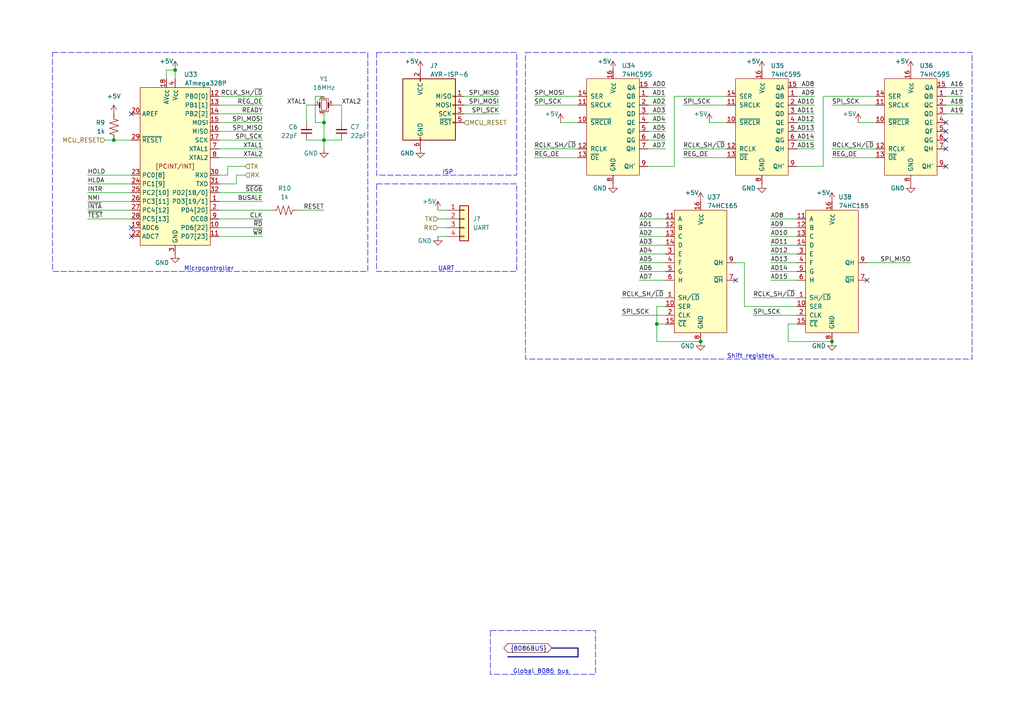
<source format=kicad_sch>
(kicad_sch (version 20230121) (generator eeschema)
  (paper "A4")
  (title_block (title "8086 computer") (date "2023.10.26") (rev "V1.0.0") (company "Eldad Hellerman") (comment 1 "Open Source: github.com/EldadHellerman/8086-computer"))
  (lib_symbols
    (symbol "8086PC:74HC165" (pin_names (offset 1.016))
      (property "Reference" "U" (at -7.62 22.86 0))
      (property "Value" "74HC165" (at -7.62 20.32 0))
      (symbol "74HC165_1_1"
        (rectangle (start -7.62 17.78) (end 7.62 -17.78) (fill (type background)))
        (pin input line (at -10.16 -7.62 0) (length 2.54) (name "SH/~{LD}") (number "1"))
        (pin input line (at -10.16 -10.16 0) (length 2.54) (name "SER") (number "10"))
        (pin input line (at -10.16 15.24 0) (length 2.54) (name "A") (number "11"))
        (pin input line (at -10.16 12.7 0) (length 2.54) (name "B") (number "12"))
        (pin input line (at -10.16 10.16 0) (length 2.54) (name "C") (number "13"))
        (pin input line (at -10.16 7.62 0) (length 2.54) (name "D") (number "14"))
        (pin input line (at -10.16 -15.24 0) (length 2.54) (name "~{CE}") (number "15"))
        (pin power_in line (at 0 20.32 270) (length 2.54) (name "V_{CC}") (number "16"))
        (pin input line (at -10.16 -12.7 0) (length 2.54) (name "CLK") (number "2"))
        (pin input line (at -10.16 5.08 0) (length 2.54) (name "E") (number "3"))
        (pin input line (at -10.16 2.54 0) (length 2.54) (name "F") (number "4"))
        (pin input line (at -10.16 0 0) (length 2.54) (name "G") (number "5"))
        (pin input line (at -10.16 -2.54 0) (length 2.54) (name "H") (number "6"))
        (pin output line (at 10.16 -2.54 180) (length 2.54) (name "~{QH}") (number "7"))
        (pin power_in line (at 0 -20.32 90) (length 2.54) (name "GND") (number "8"))
        (pin output line (at 10.16 2.54 180) (length 2.54) (name "QH") (number "9"))
      )
    )
    (symbol "8086PC:74HC595" (pin_names (offset 1.016))
      (property "Reference" "U" (at -7.62 20.32 0))
      (property "Value" "74HC595" (at -7.62 17.78 0))
      (symbol "74HC595_1_1"
        (rectangle (start -7.62 15.24) (end 7.62 -12.7) (fill (type background)))
        (pin tri_state line (at 10.16 10.16 180) (length 2.54) (name "QB") (number "1"))
        (pin input line (at -10.16 2.54 0) (length 2.54) (name "~{SRCLR}") (number "10"))
        (pin input line (at -10.16 7.62 0) (length 2.54) (name "SRCLK") (number "11"))
        (pin input line (at -10.16 -5.08 0) (length 2.54) (name "RCLK") (number "12"))
        (pin input line (at -10.16 -7.62 0) (length 2.54) (name "~{OE}") (number "13"))
        (pin input line (at -10.16 10.16 0) (length 2.54) (name "SER") (number "14"))
        (pin tri_state line (at 10.16 12.7 180) (length 2.54) (name "QA") (number "15"))
        (pin power_in line (at 0 17.78 270) (length 2.54) (name "V_{CC}") (number "16"))
        (pin tri_state line (at 10.16 7.62 180) (length 2.54) (name "QC") (number "2"))
        (pin tri_state line (at 10.16 5.08 180) (length 2.54) (name "QD") (number "3"))
        (pin tri_state line (at 10.16 2.54 180) (length 2.54) (name "QE") (number "4"))
        (pin tri_state line (at 10.16 0 180) (length 2.54) (name "QF") (number "5"))
        (pin tri_state line (at 10.16 -2.54 180) (length 2.54) (name "QG") (number "6"))
        (pin tri_state line (at 10.16 -5.08 180) (length 2.54) (name "QH") (number "7"))
        (pin power_in line (at 0 -15.24 90) (length 2.54) (name "GND") (number "8"))
        (pin tri_state line (at 10.16 -10.16 180) (length 2.54) (name "QH'") (number "9"))
      )
    )
    (symbol "8086PC:ATmega328P"
      (property "Reference" "U" (at 0 2.54 0))
      (property "Value" "AVR-ATmega328P" (at 10.16 25.4 0))
      (symbol "ATmega328P_1_0"
        (pin input line (at -12.7 -20.32 0) (length 2.54) (name "ADC7") (number "22"))
      )
      (symbol "ATmega328P_1_1"
        (rectangle (start -10.16 22.86) (end 10.16 -22.86) (fill (type background)))
        (text "[PCINT/INT]" (at 0 0 0) (effects (font (size 1.27 1.27))))
        (pin passive line (at 12.7 -10.16 180) (length 2.54) (name "PD3[19/1]") (number "1"))
        (pin passive line (at 12.7 -17.78 180) (length 2.54) (name "PD6[22]") (number "10"))
        (pin passive line (at 12.7 -20.32 180) (length 2.54) (name "PD7[23]") (number "11"))
        (pin passive line (at 12.7 20.32 180) (length 2.54) (name "PB0[0]") (number "12"))
        (pin passive line (at 12.7 17.78 180) (length 2.54) (name "PB1[1]") (number "13"))
        (pin passive line (at 12.7 15.24 180) (length 2.54) (name "PB2[2]") (number "14"))
        (pin passive line (at 12.7 12.7 180) (length 2.54) (name "PB3[3]") (number "15") (alternate "MOSI" passive line))
        (pin passive line (at 12.7 10.16 180) (length 2.54) (name "PB4[4]") (number "16") (alternate "MISO" passive line))
        (pin passive line (at 12.7 7.62 180) (length 2.54) (name "PB5[5]") (number "17") (alternate "SCK" passive line))
        (pin power_in line (at -2.54 25.4 270) (length 2.54) (name "AV_{CC}") (number "18"))
        (pin input line (at -12.7 -17.78 0) (length 2.54) (name "ADC6") (number "19"))
        (pin passive line (at 12.7 -12.7 180) (length 2.54) (name "PD4[20]") (number "2"))
        (pin passive line (at -12.7 15.24 0) (length 2.54) (name "AREF") (number "20"))
        (pin passive line (at 0 -25.4 90) (length 2.54) hide (name "GND") (number "21"))
        (pin passive line (at -12.7 -2.54 0) (length 2.54) (name "PC0[8]") (number "23"))
        (pin passive line (at -12.7 -5.08 0) (length 2.54) (name "PC1[9]") (number "24"))
        (pin passive line (at -12.7 -7.62 0) (length 2.54) (name "PC2[10]") (number "25"))
        (pin passive line (at -12.7 -10.16 0) (length 2.54) (name "PC3[11]") (number "26"))
        (pin passive line (at -12.7 -12.7 0) (length 2.54) (name "PC4[12]") (number "27"))
        (pin passive line (at -12.7 -15.24 0) (length 2.54) (name "PC5[13]") (number "28"))
        (pin passive line (at -12.7 7.62 0) (length 2.54) (name "PC6[14]") (number "29") (alternate "~{RESET}" input line))
        (pin power_in line (at 0 -25.4 90) (length 2.54) (name "GND") (number "3"))
        (pin passive line (at 12.7 -2.54 180) (length 2.54) (name "PD0[16]") (number "30") (alternate "RXD" input line))
        (pin passive line (at 12.7 -5.08 180) (length 2.54) (name "PD1[17]") (number "31") (alternate "TXD" output line))
        (pin passive line (at 12.7 -7.62 180) (length 2.54) (name "PD2[18/0]") (number "32"))
        (pin power_in line (at 0 25.4 270) (length 2.54) (name "V_{CC}") (number "4"))
        (pin passive line (at 0 -25.4 90) (length 2.54) hide (name "GND") (number "5"))
        (pin passive line (at 0 25.4 270) (length 2.54) hide (name "V_{CC}") (number "6"))
        (pin passive line (at 12.7 5.08 180) (length 2.54) (name "PB6[6]") (number "7") (alternate "XTAL1" input line))
        (pin passive line (at 12.7 2.54 180) (length 2.54) (name "PB7[7]") (number "8") (alternate "XTAL2" output line))
        (pin passive line (at 12.7 -15.24 180) (length 2.54) (name "PD5[21]") (number "9") (alternate "OC0B" passive line))
      )
    )
    (symbol "8086PC:R" (pin_numbers hide) (pin_names hide)
      (property "Reference" "R" (at 1.27 2.54 0))
      (property "Value" "R_VAL" (at 1.27 -2.54 0))
      (symbol "R_0_1"
        (polyline (pts (xy -1.016 0) (xy -1.27 0)))
        (polyline (pts (xy -1.016 0) (xy -0.635 1.27) (xy 0.127 -1.27) (xy 0.889 1.27) (xy 1.651 -1.397) (xy 2.413 1.27) (xy 3.175 -1.27) (xy 3.556 0) (xy 3.81 0)))
      )
      (symbol "R_1_1"
        (pin passive line (at -2.54 0 0) (length 1.27) (name "") (number "1"))
        (pin passive line (at 5.08 0 180) (length 1.27) (name "") (number "2"))
      )
    )
    (symbol "Connector:AVR-ISP-6" (pin_names (offset 1.016))
      (property "Reference" "J" (at -6.35 11.43 0))
      (property "Value" "AVR-ISP-6" (at 0 11.43 0))
      (symbol "AVR-ISP-6_0_1"
        (rectangle (start -2.667 -6.858) (end -2.413 -7.62))
        (rectangle (start -2.667 10.16) (end -2.413 9.398))
        (rectangle (start 7.62 -2.413) (end 6.858 -2.667))
        (rectangle (start 7.62 0.127) (end 6.858 -0.127))
        (rectangle (start 7.62 2.667) (end 6.858 2.413))
        (rectangle (start 7.62 5.207) (end 6.858 4.953))
        (rectangle (start 7.62 10.16) (end -7.62 -7.62) (stroke (width 0.254)) (fill (type background)))
      )
      (symbol "AVR-ISP-6_1_1"
        (pin passive line (at 10.16 5.08 180) (length 2.54) (name "MISO") (number "1"))
        (pin passive line (at -2.54 12.7 270) (length 2.54) (name "VCC") (number "2"))
        (pin passive line (at 10.16 0 180) (length 2.54) (name "SCK") (number "3"))
        (pin passive line (at 10.16 2.54 180) (length 2.54) (name "MOSI") (number "4"))
        (pin passive line (at 10.16 -2.54 180) (length 2.54) (name "~{RST}") (number "5"))
        (pin passive line (at -2.54 -10.16 90) (length 2.54) (name "GND") (number "6"))
      )
    )
    (symbol "Connector_Generic:Conn_01x04" (pin_names (offset 1.016) hide)
      (property "Reference" "J" (at 0 5.08 0))
      (property "Value" "Conn_01x04" (at 0 -7.62 0))
      (symbol "Conn_01x04_1_1"
        (rectangle (start -1.27 -4.953) (end 0 -5.207) (stroke (width 0.1524)))
        (rectangle (start -1.27 -2.413) (end 0 -2.667) (stroke (width 0.1524)))
        (rectangle (start -1.27 0.127) (end 0 -0.127) (stroke (width 0.1524)))
        (rectangle (start -1.27 2.667) (end 0 2.413) (stroke (width 0.1524)))
        (rectangle (start -1.27 3.81) (end 1.27 -6.35) (stroke (width 0.254)) (fill (type background)))
        (pin passive line (at -5.08 2.54 0) (length 3.81) (name "Pin_1") (number "1"))
        (pin passive line (at -5.08 0 0) (length 3.81) (name "Pin_2") (number "2"))
        (pin passive line (at -5.08 -2.54 0) (length 3.81) (name "Pin_3") (number "3"))
        (pin passive line (at -5.08 -5.08 0) (length 3.81) (name "Pin_4") (number "4"))
      )
    )
    (symbol "Device:C_Small" (pin_numbers hide) (pin_names (offset 0.254) hide)
      (property "Reference" "C" (at 0.254 1.778 0))
      (property "Value" "C_Small" (at 0.254 -2.032 0))
      (symbol "C_Small_0_1"
        (polyline (pts (xy -1.524 -0.508) (xy 1.524 -0.508)) (stroke (width 0.3302)))
        (polyline (pts (xy -1.524 0.508) (xy 1.524 0.508)) (stroke (width 0.3048)))
      )
      (symbol "C_Small_1_1"
        (pin passive line (at 0 2.54 270) (length 2.032) (name "~") (number "1"))
        (pin passive line (at 0 -2.54 90) (length 2.032) (name "~") (number "2"))
      )
    )
    (symbol "Device:Crystal_GND24_Small" (pin_names (offset 1.016) hide)
      (property "Reference" "Y" (at 1.27 4.445 0))
      (property "Value" "Crystal_GND24_Small" (at 1.27 2.54 0))
      (symbol "Crystal_GND24_Small_0_1"
        (rectangle (start -0.762 -1.524) (end 0.762 1.524))
        (polyline (pts (xy -1.27 -0.762) (xy -1.27 0.762)) (stroke (width 0.381)))
        (polyline (pts (xy 1.27 -0.762) (xy 1.27 0.762)) (stroke (width 0.381)))
        (polyline (pts (xy -1.27 -1.27) (xy -1.27 -1.905) (xy 1.27 -1.905) (xy 1.27 -1.27)))
        (polyline (pts (xy -1.27 1.27) (xy -1.27 1.905) (xy 1.27 1.905) (xy 1.27 1.27)))
      )
      (symbol "Crystal_GND24_Small_1_1"
        (pin passive line (at -2.54 0 0) (length 1.27) (name "1") (number "1"))
        (pin passive line (at 0 -2.54 90) (length 0.635) (name "2") (number "2"))
        (pin passive line (at 2.54 0 180) (length 1.27) (name "3") (number "3"))
        (pin passive line (at 0 2.54 270) (length 0.635) (name "4") (number "4"))
      )
    )
    (symbol "power:+5V" (power) (pin_names (offset 0))
      (property "Value" "+5V" (at 0 3.556 0))
      (symbol "+5V_0_1"
        (polyline (pts (xy -0.762 1.27) (xy 0 2.54)))
        (polyline (pts (xy 0 0) (xy 0 2.54)))
        (polyline (pts (xy 0 2.54) (xy 0.762 1.27)))
      )
      (symbol "+5V_1_1"
        (pin power_in line (at 0 0 90) (length 0) hide (name "+5V") (number "1"))
      )
    )
    (symbol "power:GND" (power) (pin_names (offset 0))
      (property "Value" "GND" (at 0 -3.81 0))
      (symbol "GND_0_1"
        (polyline (pts (xy 0 0) (xy 0 -1.27) (xy 1.27 -1.27) (xy 0 -2.54) (xy -1.27 -1.27) (xy 0 -1.27)))
      )
      (symbol "GND_1_1"
        (pin power_in line (at 0 0 270) (length 0) hide (name "GND") (number "1"))
      )
    )
  )
  (junction (at 33.02 40.64))
  (junction (at 93.98 35.56))
  (junction (at 93.98 40.64))
  (junction (at 241.3 99.06))
  (junction (at 50.8 20.32))
  (junction (at 203.2 99.06))
  (junction (at 190.5 93.98))
  (no_connect (at 38.1 68.58))
  (no_connect (at 274.32 48.26))
  (no_connect (at 274.32 43.18))
  (no_connect (at 213.36 81.28))
  (no_connect (at 38.1 33.02))
  (no_connect (at 274.32 38.1))
  (no_connect (at 38.1 66.04))
  (no_connect (at 274.32 40.64))
  (no_connect (at 274.32 35.56))
  (no_connect (at 251.46 81.28))
  (bus (pts (xy 147.32 190.5) (xy 167.64 190.5)))
  (wire (pts (xy 50.8 20.32) (xy 48.26 20.32)))
  (wire (pts (xy 134.62 30.48) (xy 144.78 30.48)))
  (wire (pts (xy 274.32 27.94) (xy 279.4 27.94)))
  (wire (pts (xy 236.22 40.64) (xy 231.14 40.64)))
  (wire (pts (xy 223.52 66.04) (xy 231.14 66.04)))
  (wire (pts (xy 223.52 76.2) (xy 231.14 76.2)))
  (wire (pts (xy 193.04 91.44) (xy 180.34 91.44)))
  (wire (pts (xy 167.64 27.94) (xy 154.94 27.94)))
  (wire (pts (xy 180.34 86.36) (xy 193.04 86.36)))
  (wire (pts (xy 228.6 99.06) (xy 241.3 99.06)))
  (wire (pts (xy 248.92 35.56) (xy 254 35.56)))
  (wire (pts (xy 63.5 45.72) (xy 76.2 45.72)))
  (wire (pts (xy 134.62 33.02) (xy 144.78 33.02)))
  (wire (pts (xy 66.04 50.8) (xy 63.5 50.8)))
  (wire (pts (xy 236.22 43.18) (xy 231.14 43.18)))
  (wire (pts (xy 205.74 35.56) (xy 210.82 35.56)))
  (wire (pts (xy 99.06 30.48) (xy 96.52 30.48)))
  (wire (pts (xy 187.96 38.1) (xy 193.04 38.1)))
  (wire (pts (xy 187.96 30.48) (xy 193.04 30.48)))
  (wire (pts (xy 167.64 43.18) (xy 154.94 43.18)))
  (wire (pts (xy 203.2 99.06) (xy 190.5 99.06)))
  (wire (pts (xy 231.14 91.44) (xy 218.44 91.44)))
  (wire (pts (xy 228.6 93.98) (xy 231.14 93.98)))
  (wire (pts (xy 129.54 68.58) (xy 127 68.58)))
  (wire (pts (xy 193.04 43.18) (xy 187.96 43.18)))
  (bus (pts (xy 160.02 187.96) (xy 167.64 187.96)))
  (wire (pts (xy 190.5 88.9) (xy 190.5 93.98)))
  (wire (pts (xy 63.5 58.42) (xy 76.2 58.42)))
  (wire (pts (xy 193.04 25.4) (xy 187.96 25.4)))
  (wire (pts (xy 223.52 73.66) (xy 231.14 73.66)))
  (wire (pts (xy 162.56 35.56) (xy 167.64 35.56)))
  (wire (pts (xy 231.14 27.94) (xy 236.22 27.94)))
  (wire (pts (xy 185.42 68.58) (xy 193.04 68.58)))
  (wire (pts (xy 99.06 35.56) (xy 99.06 30.48)))
  (wire (pts (xy 210.82 43.18) (xy 198.12 43.18)))
  (wire (pts (xy 93.98 35.56) (xy 93.98 40.64)))
  (wire (pts (xy 93.98 43.18) (xy 93.98 40.64)))
  (wire (pts (xy 38.1 58.42) (xy 25.4 58.42)))
  (wire (pts (xy 223.52 71.12) (xy 231.14 71.12)))
  (wire (pts (xy 66.04 48.26) (xy 66.04 50.8)))
  (wire (pts (xy 167.64 30.48) (xy 154.94 30.48)))
  (wire (pts (xy 185.42 71.12) (xy 193.04 71.12)))
  (bus (pts (xy 167.64 187.96) (xy 167.64 190.5)))
  (wire (pts (xy 185.42 73.66) (xy 193.04 73.66)))
  (wire (pts (xy 195.58 27.94) (xy 210.82 27.94)))
  (wire (pts (xy 38.1 53.34) (xy 25.4 53.34)))
  (wire (pts (xy 63.5 38.1) (xy 76.2 38.1)))
  (wire (pts (xy 190.5 99.06) (xy 190.5 93.98)))
  (wire (pts (xy 223.52 78.74) (xy 231.14 78.74)))
  (wire (pts (xy 68.58 50.8) (xy 71.12 50.8)))
  (wire (pts (xy 38.1 63.5) (xy 25.4 63.5)))
  (wire (pts (xy 223.52 63.5) (xy 231.14 63.5)))
  (wire (pts (xy 48.26 20.32) (xy 48.26 22.86)))
  (wire (pts (xy 127 66.04) (xy 129.54 66.04)))
  (wire (pts (xy 185.42 76.2) (xy 193.04 76.2)))
  (wire (pts (xy 63.5 30.48) (xy 76.2 30.48)))
  (wire (pts (xy 129.54 60.96) (xy 127 60.96)))
  (wire (pts (xy 231.14 30.48) (xy 236.22 30.48)))
  (wire (pts (xy 193.04 88.9) (xy 190.5 88.9)))
  (wire (pts (xy 88.9 40.64) (xy 93.98 40.64)))
  (wire (pts (xy 215.9 76.2) (xy 213.36 76.2)))
  (wire (pts (xy 63.5 63.5) (xy 76.2 63.5)))
  (wire (pts (xy 63.5 35.56) (xy 76.2 35.56)))
  (wire (pts (xy 91.44 27.94) (xy 91.44 35.56)))
  (wire (pts (xy 127 63.5) (xy 129.54 63.5)))
  (wire (pts (xy 210.82 30.48) (xy 198.12 30.48)))
  (wire (pts (xy 223.52 68.58) (xy 231.14 68.58)))
  (wire (pts (xy 63.5 55.88) (xy 76.2 55.88)))
  (wire (pts (xy 66.04 48.26) (xy 71.12 48.26)))
  (wire (pts (xy 274.32 25.4) (xy 279.4 25.4)))
  (wire (pts (xy 38.1 60.96) (xy 25.4 60.96)))
  (wire (pts (xy 88.9 30.48) (xy 91.44 30.48)))
  (wire (pts (xy 30.48 40.64) (xy 33.02 40.64)))
  (wire (pts (xy 63.5 66.04) (xy 76.2 66.04)))
  (wire (pts (xy 134.62 27.94) (xy 144.78 27.94)))
  (wire (pts (xy 231.14 35.56) (xy 236.22 35.56)))
  (wire (pts (xy 231.14 25.4) (xy 236.22 25.4)))
  (wire (pts (xy 86.36 60.96) (xy 93.98 60.96)))
  (wire (pts (xy 38.1 50.8) (xy 25.4 50.8)))
  (wire (pts (xy 68.58 53.34) (xy 63.5 53.34)))
  (wire (pts (xy 88.9 35.56) (xy 88.9 30.48)))
  (wire (pts (xy 228.6 93.98) (xy 228.6 99.06)))
  (wire (pts (xy 93.98 27.94) (xy 91.44 27.94)))
  (wire (pts (xy 93.98 35.56) (xy 93.98 33.02)))
  (wire (pts (xy 185.42 81.28) (xy 193.04 81.28)))
  (wire (pts (xy 279.4 33.02) (xy 274.32 33.02)))
  (wire (pts (xy 254 45.72) (xy 241.3 45.72)))
  (wire (pts (xy 63.5 60.96) (xy 78.74 60.96)))
  (wire (pts (xy 68.58 50.8) (xy 68.58 53.34)))
  (wire (pts (xy 218.44 86.36) (xy 231.14 86.36)))
  (wire (pts (xy 187.96 48.26) (xy 195.58 48.26)))
  (wire (pts (xy 231.14 33.02) (xy 236.22 33.02)))
  (wire (pts (xy 185.42 78.74) (xy 193.04 78.74)))
  (wire (pts (xy 238.76 48.26) (xy 238.76 27.94)))
  (wire (pts (xy 91.44 35.56) (xy 93.98 35.56)))
  (wire (pts (xy 231.14 48.26) (xy 238.76 48.26)))
  (wire (pts (xy 93.98 40.64) (xy 99.06 40.64)))
  (wire (pts (xy 63.5 33.02) (xy 76.2 33.02)))
  (wire (pts (xy 63.5 27.94) (xy 76.2 27.94)))
  (wire (pts (xy 231.14 88.9) (xy 215.9 88.9)))
  (wire (pts (xy 190.5 93.98) (xy 193.04 93.98)))
  (wire (pts (xy 215.9 76.2) (xy 215.9 88.9)))
  (wire (pts (xy 185.42 66.04) (xy 193.04 66.04)))
  (wire (pts (xy 279.4 30.48) (xy 274.32 30.48)))
  (wire (pts (xy 238.76 27.94) (xy 254 27.94)))
  (wire (pts (xy 251.46 76.2) (xy 264.16 76.2)))
  (wire (pts (xy 63.5 68.58) (xy 76.2 68.58)))
  (wire (pts (xy 187.96 40.64) (xy 193.04 40.64)))
  (wire (pts (xy 187.96 33.02) (xy 193.04 33.02)))
  (wire (pts (xy 195.58 48.26) (xy 195.58 27.94)))
  (wire (pts (xy 187.96 35.56) (xy 193.04 35.56)))
  (wire (pts (xy 223.52 81.28) (xy 231.14 81.28)))
  (wire (pts (xy 210.82 45.72) (xy 198.12 45.72)))
  (wire (pts (xy 50.8 20.32) (xy 50.8 22.86)))
  (wire (pts (xy 187.96 27.94) (xy 193.04 27.94)))
  (wire (pts (xy 63.5 43.18) (xy 76.2 43.18)))
  (wire (pts (xy 38.1 55.88) (xy 25.4 55.88)))
  (wire (pts (xy 254 43.18) (xy 241.3 43.18)))
  (wire (pts (xy 254 30.48) (xy 241.3 30.48)))
  (wire (pts (xy 33.02 40.64) (xy 38.1 40.64)))
  (wire (pts (xy 231.14 38.1) (xy 236.22 38.1)))
  (wire (pts (xy 167.64 45.72) (xy 154.94 45.72)))
  (wire (pts (xy 185.42 63.5) (xy 193.04 63.5)))
  (wire (pts (xy 63.5 40.64) (xy 76.2 40.64)))
  (rectangle (start 109.22 15.24) (end 149.86 50.8) (stroke (width 0) (type dash)))
  (rectangle (start 109.22 53.34) (end 149.86 78.74) (stroke (width 0) (type dash)))
  (rectangle (start 142.24 182.88) (end 172.72 195.58) (stroke (width 0) (type dash)))
  (rectangle (start 152.4 15.24) (end 281.94 104.14) (stroke (width 0) (type dash)))
  (rectangle (start 15.24 15.24) (end 106.68 78.74) (stroke (width 0) (type dash)))
  (text "UART" (at 127 78.74 0) (effects (font (size 1.27 1.27)) (justify left bottom)))
  (text "ISP" (at 128.27 50.8 0) (effects (font (size 1.27 1.27)) (justify left bottom)))
  (text "Microcontroller" (at 53.34 78.74 0) (effects (font (size 1.27 1.27)) (justify left bottom)))
  (text "Global 8086 bus" (at 165.1 195.58 0) (effects (font (size 1.27 1.27)) (justify right bottom)))
  (text "Shift registers" (at 210.82 104.14 0) (effects (font (size 1.27 1.27)) (justify left bottom)))
  (label "AD8" (at 236.22 25.4 180))
  (label "READY" (at 76.2 33.02 180))
  (label "SPI_SCK" (at 76.2 40.64 180))
  (label "AD9" (at 223.52 66.04 0))
  (label "AD14" (at 223.52 78.74 0))
  (label "AD13" (at 236.22 38.1 180))
  (label "SPI_SCK" (at 218.44 91.44 0))
  (label "AD2" (at 185.42 68.58 0))
  (label "AD5" (at 185.42 76.2 0))
  (label "~{TEST}" (at 25.4 63.5 0))
  (label "A19" (at 279.4 33.02 180))
  (label "AD8" (at 223.52 63.5 0))
  (label "SPI_MOSI" (at 144.78 30.48 180))
  (label "AD5" (at 193.04 38.1 180))
  (label "A18" (at 279.4 30.48 180))
  (label "RCLK_SH{slash}~{LD}" (at 198.12 43.18 0))
  (label "AD0" (at 193.04 25.4 180))
  (label "XTAL2" (at 99.06 30.48 0))
  (label "AD4" (at 185.42 73.66 0))
  (label "AD7" (at 185.42 81.28 0))
  (label "SPI_MISO" (at 144.78 27.94 180))
  (label "NMI" (at 25.4 58.42 0))
  (label "~{SEG6}" (at 76.2 55.88 180))
  (label "REG_OE" (at 198.12 45.72 0))
  (label "REG_OE" (at 241.3 45.72 0))
  (label "HOLD" (at 25.4 50.8 0))
  (label "AD0" (at 185.42 63.5 0))
  (label "AD12" (at 236.22 35.56 180))
  (label "INTR" (at 25.4 55.88 0))
  (label "AD9" (at 236.22 27.94 180))
  (label "BUSALE" (at 76.2 58.42 180))
  (label "RCLK_SH{slash}~{LD}" (at 218.44 86.36 0))
  (label "XTAL2" (at 76.2 45.72 180))
  (label "~{INTA}" (at 25.4 60.96 0))
  (label "RCLK_SH{slash}~{LD}" (at 76.2 27.94 180))
  (label "AD10" (at 223.52 68.58 0))
  (label "AD4" (at 193.04 35.56 180))
  (label "AD12" (at 223.52 73.66 0))
  (label "AD14" (at 236.22 40.64 180))
  (label "AD7" (at 193.04 43.18 180))
  (label "XTAL1" (at 88.9 30.48 180))
  (label "RCLK_SH{slash}~{LD}" (at 180.34 86.36 0))
  (label "AD15" (at 223.52 81.28 0))
  (label "RCLK_SH{slash}~{LD}" (at 241.3 43.18 0))
  (label "XTAL1" (at 76.2 43.18 180))
  (label "SPI_MOSI" (at 76.2 35.56 180))
  (label "AD11" (at 236.22 33.02 180))
  (label "CLK" (at 76.2 63.5 180))
  (label "SPI_MISO" (at 76.2 38.1 180))
  (label "AD3" (at 193.04 33.02 180))
  (label "~{RD}" (at 76.2 66.04 180))
  (label "REG_OE" (at 154.94 45.72 0))
  (label "REG_OE" (at 76.2 30.48 180))
  (label "SPI_MOSI" (at 154.94 27.94 0))
  (label "A16" (at 279.4 25.4 180))
  (label "AD11" (at 223.52 71.12 0))
  (label "SPI_MISO" (at 264.16 76.2 180))
  (label "A17" (at 279.4 27.94 180))
  (label "AD1" (at 185.42 66.04 0))
  (label "AD3" (at 185.42 71.12 0))
  (label "AD13" (at 223.52 76.2 0))
  (label "SPI_SCK" (at 241.3 30.48 0))
  (label "SPI_SCK" (at 198.12 30.48 0))
  (label "HLDA" (at 25.4 53.34 0))
  (label "~{WR}" (at 76.2 68.58 180))
  (label "AD2" (at 193.04 30.48 180))
  (label "AD10" (at 236.22 30.48 180))
  (label "AD15" (at 236.22 43.18 180))
  (label "SPI_SCK" (at 180.34 91.44 0))
  (label "SPI_SCK" (at 144.78 33.02 180))
  (label "AD1" (at 193.04 27.94 180))
  (label "AD6" (at 185.42 78.74 0))
  (label "RCLK_SH{slash}~{LD}" (at 154.94 43.18 0))
  (label "RESET" (at 93.98 60.96 180))
  (label "SPI_SCK" (at 154.94 30.48 0))
  (label "AD6" (at 193.04 40.64 180))
  (global_label "{8086BUS}" (shape bidirectional) (at 160.02 187.96 180) (property "Intersheetrefs" "${INTERSHEET_REFS}" (effects hide)))
  (hierarchical_label "RX" (shape input) (at 127 66.04 180))
  (hierarchical_label "MCU_RESET" (shape input) (at 30.48 40.64 180))
  (hierarchical_label "MCU_RESET" (shape input) (at 134.62 35.56 0))
  (hierarchical_label "TX" (shape input) (at 127 63.5 180))
  (hierarchical_label "TX" (shape input) (at 71.12 48.26 0))
  (hierarchical_label "RX" (shape input) (at 71.12 50.8 0))
  (symbol (lib_id "power:+5V") (at 220.98 20.32 0) (unit 1)
    (property "Reference" "#PWR0210" (effects hide))
    (property "Value" "+5V" (at 218.44 17.78 0))
  )
  (symbol (lib_id "power:+5V") (at 127 60.96 0) (unit 1)
    (property "Reference" "#PWR0220" (effects hide))
    (property "Value" "+5V" (at 124.46 58.42 0))
    (instances (project "8086 board" (path "" (reference "#PWR0220") (unit 1)) (path "" (reference "#PWR?") (unit 1))))
  )
  (symbol (lib_id "power:+5V") (at 33.02 33.02 0) (mirror y) (unit 1)
    (property "Reference" "#PWR0223" (effects hide))
    (property "Value" "+5V" (at 33.02 27.94 0))
  )
  (symbol (lib_id "power:+5V") (at 162.56 35.56 0) (unit 1)
    (property "Reference" "#PWR0214" (effects hide))
    (property "Value" "+5V" (at 160.02 33.02 0))
  )
  (symbol (lib_id "power:+5V") (at 121.92 20.32 0) (unit 1)
    (property "Reference" "#PWR0221" (effects hide))
    (property "Value" "+5V" (at 119.38 17.78 0))
  )
  (symbol (lib_id "8086PC:74HC595") (at 177.8 38.1 0) (unit 1)
    (property "Reference" "U34" (at 180.34 19.05 0) (effects (justify left)))
    (property "Value" "74HC595" (at 180.34 21.59 0) (effects (justify left)))
    (property "Footprint" "Package_SO:SOIC-16_3.9x9.9mm_P1.27mm" (effects hide))
    (property "Datasheet" "https://www.ti.com/lit/ds/symlink/sn74hc595.pdf" (effects hide))
  )
  (symbol (lib_id "Connector:AVR-ISP-6") (at 124.46 33.02 0) (unit 1)
    (property "Reference" "J?" (at 127 19.05 0) (effects (justify right)))
    (property "Value" "AVR-ISP-6" (at 135.89 21.59 0) (effects (justify right)))
    (property "Footprint" "Connector_PinHeader_2.54mm:PinHeader_2x03_P2.54mm_Vertical" (effects hide))
    (property "Datasheet" " ~" (effects hide))
    (instances (project "8086 board" (path "" (reference "J?") (unit 1)) (path "" (reference "J4") (unit 1))))
  )
  (symbol (lib_id "power:+5V") (at 248.92 35.56 0) (unit 1)
    (property "Reference" "#PWR0218" (effects hide))
    (property "Value" "+5V" (at 246.38 33.02 0))
  )
  (symbol (lib_id "power:GND") (at 203.2 99.06 0) (unit 1)
    (property "Reference" "#PWR0208" (effects hide))
    (property "Value" "GND" (at 199.39 100.33 0))
  )
  (symbol (lib_id "Device:C_Small") (at 99.06 38.1 180) (unit 1)
    (property "Reference" "C7" (at 101.6 36.8236 0) (effects (justify right)))
    (property "Value" "22pF" (at 101.6 39.3636 0) (effects (justify right)))
    (property "Footprint" "Capacitor_SMD:C_0603_1608Metric_Pad1.08x0.95mm_HandSolder" (effects hide))
  )
  (symbol (lib_id "Device:Crystal_GND24_Small") (at 93.98 30.48 0) (unit 1)
    (property "Reference" "Y1" (at 93.98 22.86 0))
    (property "Value" "16MHz" (at 93.98 25.4 0))
    (property "Footprint" "Crystal:Crystal_SMD_3225-4Pin_3.2x2.5mm_HandSoldering" (effects hide))
  )
  (symbol (lib_id "power:+5V") (at 241.3 58.42 0) (unit 1)
    (property "Reference" "#PWR0207" (effects hide))
    (property "Value" "+5V" (at 238.76 55.88 0))
  )
  (symbol (lib_id "8086PC:ATmega328P") (at 50.8 48.26 0) (unit 1)
    (property "Reference" "U33" (at 53.34 21.59 0) (effects (justify left)))
    (property "Value" "ATmega328P" (at 59.69 24.13 0))
    (property "Footprint" "Package_QFP:TQFP-32_7x7mm_P0.8mm" (effects hide))
    (property "Datasheet" "https://ww1.microchip.com/downloads/en/DeviceDoc/Atmel-7810-Automotive-Microcontrollers-ATmega328P_Datasheet.pdf" (effects hide))
    (pin "15" (alternate "MOSI"))
    (pin "16" (alternate "MISO"))
    (pin "17" (alternate "SCK"))
    (pin "29" (alternate "~{RESET}"))
    (pin "30" (alternate "RXD"))
    (pin "31" (alternate "TXD"))
    (pin "7" (alternate "XTAL1"))
    (pin "8" (alternate "XTAL2"))
    (pin "9" (alternate "OC0B"))
  )
  (symbol (lib_id "power:GND") (at 127 68.58 0) (unit 1)
    (property "Reference" "#PWR0219" (effects hide))
    (property "Value" "GND" (at 123.19 69.85 0))
    (instances (project "8086 board" (path "" (reference "#PWR0219") (unit 1)) (path "" (reference "#PWR?") (unit 1))))
  )
  (symbol (lib_id "power:GND") (at 264.16 53.34 0) (unit 1)
    (property "Reference" "#PWR0216" (effects hide))
    (property "Value" "GND" (at 260.35 54.61 0))
  )
  (symbol (lib_id "8086PC:R") (at 33.02 38.1 90) (unit 1)
    (property "Reference" "R9" (at 30.48 35.56 90) (effects (justify left)))
    (property "Value" "1k" (at 30.48 38.1 90) (effects (justify left)))
    (property "Footprint" "Resistor_SMD:R_0603_1608Metric_Pad0.98x0.95mm_HandSolder" (effects hide))
  )
  (symbol (lib_id "power:GND") (at 50.8 73.66 0) (unit 1)
    (property "Reference" "#PWR0224" (effects hide))
    (property "Value" "GND" (at 46.99 76.2 0))
  )
  (symbol (lib_id "power:+5V") (at 205.74 35.56 0) (unit 1)
    (property "Reference" "#PWR0211" (effects hide))
    (property "Value" "+5V" (at 203.2 33.02 0))
  )
  (symbol (lib_id "power:GND") (at 93.98 43.18 0) (unit 1)
    (property "Reference" "#PWR0226" (effects hide))
    (property "Value" "GND" (at 90.17 44.45 0))
  )
  (symbol (lib_id "8086PC:74HC165") (at 203.2 78.74 0) (unit 1)
    (property "Reference" "U37" (at 207.01 57.15 0))
    (property "Value" "74HC165" (at 209.55 59.69 0))
    (property "Footprint" "Package_SO:SOIC-16_3.9x9.9mm_P1.27mm" (effects hide))
    (property "Datasheet" "https://www.ti.com/lit/ds/symlink/sn74hc165.pdf" (effects hide))
  )
  (symbol (lib_id "8086PC:74HC165") (at 241.3 78.74 0) (unit 1)
    (property "Reference" "U38" (at 245.11 57.15 0))
    (property "Value" "74HC165" (at 247.65 59.69 0))
    (property "Footprint" "Package_SO:SOIC-16_3.9x9.9mm_P1.27mm" (effects hide))
    (property "Datasheet" "https://www.ti.com/lit/ds/symlink/sn74hc165.pdf" (effects hide))
  )
  (symbol (lib_id "power:GND") (at 220.98 53.34 0) (unit 1)
    (property "Reference" "#PWR0209" (effects hide))
    (property "Value" "GND" (at 217.17 54.61 0))
  )
  (symbol (lib_id "power:GND") (at 121.92 43.18 0) (unit 1)
    (property "Reference" "#PWR0222" (effects hide))
    (property "Value" "GND" (at 118.11 44.45 0))
  )
  (symbol (lib_id "8086PC:74HC595") (at 220.98 38.1 0) (unit 1)
    (property "Reference" "U35" (at 223.52 19.05 0) (effects (justify left)))
    (property "Value" "74HC595" (at 223.52 21.59 0) (effects (justify left)))
    (property "Footprint" "Package_SO:SOIC-16_3.9x9.9mm_P1.27mm" (effects hide))
    (property "Datasheet" "https://www.ti.com/lit/ds/symlink/sn74hc595.pdf" (effects hide))
  )
  (symbol (lib_id "Device:C_Small") (at 88.9 38.1 0) (mirror x) (unit 1)
    (property "Reference" "C6" (at 86.36 36.8236 0) (effects (justify right)))
    (property "Value" "22pF" (at 86.36 39.3636 0) (effects (justify right)))
    (property "Footprint" "Capacitor_SMD:C_0603_1608Metric_Pad1.08x0.95mm_HandSolder" (effects hide))
  )
  (symbol (lib_id "power:+5V") (at 177.8 20.32 0) (unit 1)
    (property "Reference" "#PWR0213" (effects hide))
    (property "Value" "+5V" (at 175.26 17.78 0))
  )
  (symbol (lib_id "power:+5V") (at 203.2 58.42 0) (unit 1)
    (property "Reference" "#PWR0212" (effects hide))
    (property "Value" "+5V" (at 200.66 55.88 0))
  )
  (symbol (lib_id "power:GND") (at 177.8 53.34 0) (unit 1)
    (property "Reference" "#PWR0215" (effects hide))
    (property "Value" "GND" (at 173.99 54.61 0))
  )
  (symbol (lib_id "power:+5V") (at 50.8 20.32 0) (mirror y) (unit 1)
    (property "Reference" "#PWR0225" (effects hide))
    (property "Value" "+5V" (at 48.26 17.78 0))
  )
  (symbol (lib_id "8086PC:74HC595") (at 264.16 38.1 0) (unit 1)
    (property "Reference" "U36" (at 266.7 19.05 0) (effects (justify left)))
    (property "Value" "74HC595" (at 266.7 21.59 0) (effects (justify left)))
    (property "Footprint" "Package_SO:SOIC-16_3.9x9.9mm_P1.27mm" (effects hide))
    (property "Datasheet" "https://www.ti.com/lit/ds/symlink/sn74hc595.pdf" (effects hide))
  )
  (symbol (lib_id "power:+5V") (at 264.16 20.32 0) (unit 1)
    (property "Reference" "#PWR0217" (effects hide))
    (property "Value" "+5V" (at 261.62 17.78 0))
  )
  (symbol (lib_id "Connector_Generic:Conn_01x04") (at 134.62 63.5 0) (unit 1)
    (property "Reference" "J?" (at 137.16 63.5 0) (effects (justify left)))
    (property "Value" "UART" (at 137.16 66.04 0) (effects (justify left)))
    (property "Footprint" "Connector_PinHeader_2.54mm:PinHeader_1x04_P2.54mm_Vertical" (effects hide))
    (instances (project "8086 board" (path "" (reference "J?") (unit 1)) (path "" (reference "J5") (unit 1))))
  )
  (symbol (lib_id "8086PC:R") (at 81.28 60.96 0) (unit 1)
    (property "Reference" "R10" (at 82.55 54.61 0))
    (property "Value" "1k" (at 82.55 57.15 0))
    (property "Footprint" "Resistor_SMD:R_0603_1608Metric_Pad0.98x0.95mm_HandSolder" (effects hide))
  )
  (symbol (lib_id "power:GND") (at 241.3 99.06 0) (unit 1)
    (property "Reference" "#PWR0206" (effects hide))
    (property "Value" "GND" (at 237.49 100.33 0))
  )
)
</source>
